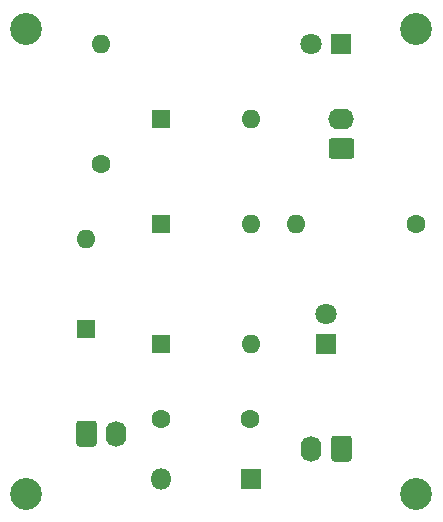
<source format=gts>
%TF.GenerationSoftware,KiCad,Pcbnew,(5.1.10)-1*%
%TF.CreationDate,2021-07-06T16:49:45+02:00*%
%TF.ProjectId,circuitPanneauCarbOnFire,63697263-7569-4745-9061-6e6e65617543,rev?*%
%TF.SameCoordinates,Original*%
%TF.FileFunction,Soldermask,Top*%
%TF.FilePolarity,Negative*%
%FSLAX46Y46*%
G04 Gerber Fmt 4.6, Leading zero omitted, Abs format (unit mm)*
G04 Created by KiCad (PCBNEW (5.1.10)-1) date 2021-07-06 16:49:45*
%MOMM*%
%LPD*%
G01*
G04 APERTURE LIST*
%ADD10C,2.700000*%
%ADD11R,1.600000X1.600000*%
%ADD12O,1.600000X1.600000*%
%ADD13C,1.800000*%
%ADD14R,1.800000X1.800000*%
%ADD15C,1.600000*%
%ADD16O,1.800000X1.800000*%
%ADD17O,1.740000X2.190000*%
%ADD18O,2.190000X1.740000*%
G04 APERTURE END LIST*
D10*
%TO.C,*%
X86360000Y-125730000D03*
%TD*%
%TO.C,*%
X86360000Y-86360000D03*
%TD*%
%TO.C,*%
X119380000Y-125730000D03*
%TD*%
%TO.C,*%
X119380000Y-86360000D03*
%TD*%
D11*
%TO.C,SW1*%
X91440000Y-111760000D03*
D12*
X91440000Y-104140000D03*
%TD*%
D13*
%TO.C,D1*%
X111760000Y-110490000D03*
D14*
X111760000Y-113030000D03*
%TD*%
D15*
%TO.C,C1*%
X97790000Y-119380000D03*
X105290000Y-119380000D03*
%TD*%
D14*
%TO.C,D2*%
X113030000Y-87630000D03*
D13*
X110490000Y-87630000D03*
%TD*%
D14*
%TO.C,DRoueLibre1*%
X105410000Y-124460000D03*
D16*
X97790000Y-124460000D03*
%TD*%
D15*
%TO.C,R1*%
X119380000Y-102870000D03*
D12*
X109220000Y-102870000D03*
%TD*%
%TO.C,R2*%
X92710000Y-87630000D03*
D15*
X92710000Y-97790000D03*
%TD*%
D12*
%TO.C,SW2*%
X105410000Y-93980000D03*
D11*
X97790000Y-93980000D03*
%TD*%
%TO.C,Ualphasense1*%
G36*
G01*
X90570000Y-121495001D02*
X90570000Y-119804999D01*
G75*
G02*
X90819999Y-119555000I249999J0D01*
G01*
X92060001Y-119555000D01*
G75*
G02*
X92310000Y-119804999I0J-249999D01*
G01*
X92310000Y-121495001D01*
G75*
G02*
X92060001Y-121745000I-249999J0D01*
G01*
X90819999Y-121745000D01*
G75*
G02*
X90570000Y-121495001I0J249999D01*
G01*
G37*
D17*
X93980000Y-120650000D03*
%TD*%
%TO.C,Uarduino1*%
X110490000Y-121920000D03*
G36*
G01*
X113900000Y-121074999D02*
X113900000Y-122765001D01*
G75*
G02*
X113650001Y-123015000I-249999J0D01*
G01*
X112409999Y-123015000D01*
G75*
G02*
X112160000Y-122765001I0J249999D01*
G01*
X112160000Y-121074999D01*
G75*
G02*
X112409999Y-120825000I249999J0D01*
G01*
X113650001Y-120825000D01*
G75*
G02*
X113900000Y-121074999I0J-249999D01*
G01*
G37*
%TD*%
%TO.C,UFusible1*%
G36*
G01*
X113875001Y-97390000D02*
X112184999Y-97390000D01*
G75*
G02*
X111935000Y-97140001I0J249999D01*
G01*
X111935000Y-95899999D01*
G75*
G02*
X112184999Y-95650000I249999J0D01*
G01*
X113875001Y-95650000D01*
G75*
G02*
X114125000Y-95899999I0J-249999D01*
G01*
X114125000Y-97140001D01*
G75*
G02*
X113875001Y-97390000I-249999J0D01*
G01*
G37*
D18*
X113030000Y-93980000D03*
%TD*%
D11*
%TO.C,UIn1*%
X97790000Y-102870000D03*
D12*
X105410000Y-102870000D03*
%TD*%
%TO.C,Uout1*%
X105410000Y-113030000D03*
D11*
X97790000Y-113030000D03*
%TD*%
M02*

</source>
